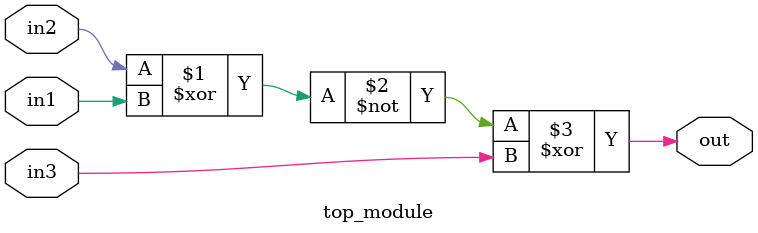
<source format=sv>
module top_module (
    input in1,
    input in2,
    input in3,
    output out);
    assign out=(~(in2^in1)^in3);
endmodule

</source>
